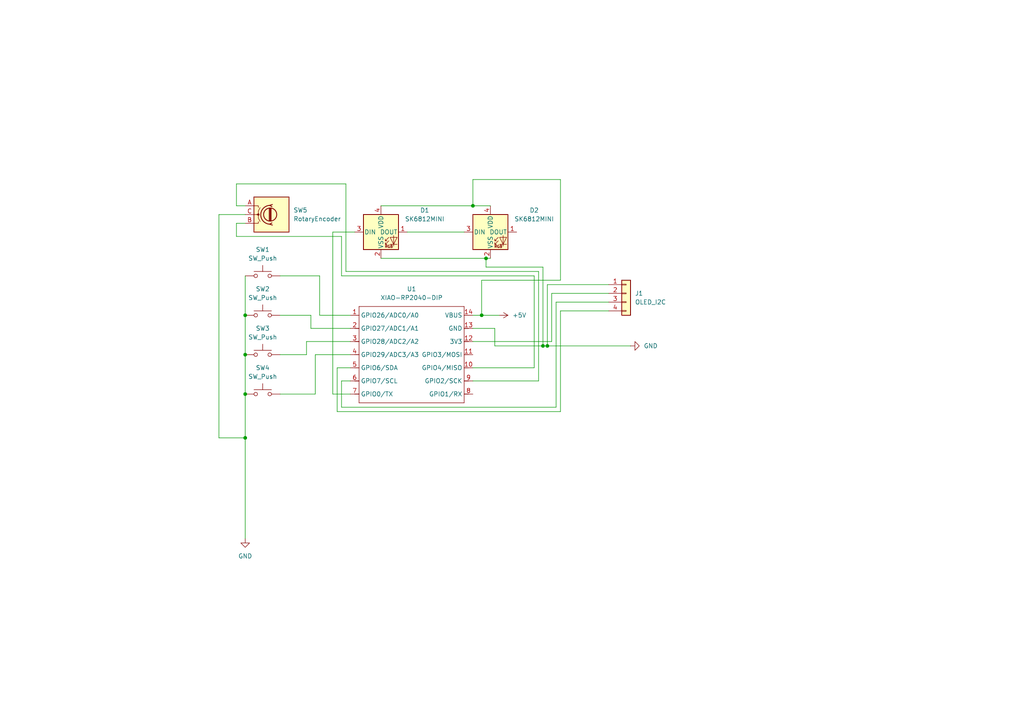
<source format=kicad_sch>
(kicad_sch (version 20250114) (generator "eeschema") (generator_version "9.0")
  (paper "A4")
  (title_block (title "Zura's HackPad") (date "2025-12-05"))
  (lib_symbols
    (symbol "Connector_Generic:Conn_01x04" (pin_names (offset 1.016) (hide yes))
      (property "Reference" "J" (at 0 5.08 0))
      (property "Value" "Conn_01x04" (at 0 -7.62 0))
      (symbol "Conn_01x04_1_1"
        (rectangle (start -1.27 3.81) (end 1.27 -6.35) (stroke (width 0.254)) (fill (type background)))
        (rectangle (start -1.27 2.667) (end 0 2.413) (stroke (width 0.1524)))
        (rectangle (start -1.27 0.127) (end 0 -0.127) (stroke (width 0.1524)))
        (rectangle (start -1.27 -2.413) (end 0 -2.667) (stroke (width 0.1524)))
        (rectangle (start -1.27 -4.953) (end 0 -5.207) (stroke (width 0.1524)))
        (pin passive line (at -5.08 2.54 0) (length 3.81) (name "Pin_1") (number "1"))
        (pin passive line (at -5.08 0 0) (length 3.81) (name "Pin_2") (number "2"))
        (pin passive line (at -5.08 -2.54 0) (length 3.81) (name "Pin_3") (number "3"))
        (pin passive line (at -5.08 -5.08 0) (length 3.81) (name "Pin_4") (number "4"))
      )
    )
    (symbol "Device:RotaryEncoder" (pin_names (offset 0.254) (hide yes))
      (property "Reference" "SW" (at 0 6.604 0))
      (property "Value" "RotaryEncoder" (at 0 -6.604 0))
      (symbol "RotaryEncoder_0_1"
        (rectangle (start -5.08 5.08) (end 5.08 -5.08) (stroke (width 0.254)) (fill (type background)))
        (polyline (pts (xy -5.08 2.54) (xy -3.81 2.54) (xy -3.81 2.032)))
        (polyline (pts (xy -5.08 0) (xy -3.81 0) (xy -3.81 -1.016) (xy -3.302 -2.032)))
        (polyline (pts (xy -5.08 -2.54) (xy -3.81 -2.54) (xy -3.81 -2.032)))
        (polyline (pts (xy -4.318 0) (xy -3.81 0) (xy -3.81 1.016) (xy -3.302 2.032)))
        (circle (center -3.81 0) (radius 0.254) (fill (type outline)))
        (polyline (pts (xy -0.635 -1.778) (xy -0.635 1.778)) (stroke (width 0.254)))
        (circle (center -0.381 0) (radius 1.905) (stroke (width 0.254)))
        (polyline (pts (xy -0.381 -1.778) (xy -0.381 1.778)) (stroke (width 0.254)))
        (arc (start -0.381 -2.794) (mid -3.0988 -0.0635) (end -0.381 2.667) (stroke (width 0.254)))
        (polyline (pts (xy -0.127 1.778) (xy -0.127 -1.778)) (stroke (width 0.254)))
        (polyline (pts (xy 0.254 2.921) (xy -0.508 2.667) (xy 0.127 2.286)) (stroke (width 0.254)))
        (polyline (pts (xy 0.254 -3.048) (xy -0.508 -2.794) (xy 0.127 -2.413)) (stroke (width 0.254)))
      )
      (symbol "RotaryEncoder_1_1"
        (pin passive line (at -7.62 2.54 0) (length 2.54) (name "A") (number "A"))
        (pin passive line (at -7.62 0 0) (length 2.54) (name "C") (number "C"))
        (pin passive line (at -7.62 -2.54 0) (length 2.54) (name "B") (number "B"))
      )
    )
    (symbol "LED:SK6812MINI" (pin_names (offset 0.254))
      (property "Reference" "D" (at 5.08 5.715 0))
      (property "Value" "SK6812MINI" (at 1.27 -5.715 0))
      (symbol "SK6812MINI_0_0"
        (text "RGB" (at 2.286 -4.191 0) (effects (font (size 0.762 0.762))))
      )
      (symbol "SK6812MINI_0_1"
        (polyline (pts (xy 1.27 -2.54) (xy 1.778 -2.54)))
        (polyline (pts (xy 1.27 -3.556) (xy 1.778 -3.556)))
        (polyline (pts (xy 2.286 -1.524) (xy 1.27 -2.54) (xy 1.27 -2.032)))
        (polyline (pts (xy 2.286 -2.54) (xy 1.27 -3.556) (xy 1.27 -3.048)))
        (polyline (pts (xy 3.683 -1.016) (xy 3.683 -3.556) (xy 3.683 -4.064)))
        (polyline (pts (xy 4.699 -1.524) (xy 2.667 -1.524) (xy 3.683 -3.556) (xy 4.699 -1.524)))
        (polyline (pts (xy 4.699 -3.556) (xy 2.667 -3.556)))
        (rectangle (start 5.08 5.08) (end -5.08 -5.08) (stroke (width 0.254)) (fill (type background)))
      )
      (symbol "SK6812MINI_1_1"
        (pin input line (at -7.62 0 0) (length 2.54) (name "DIN") (number "3"))
        (pin power_in line (at 0 7.62 270) (length 2.54) (name "VDD") (number "4"))
        (pin power_in line (at 0 -7.62 90) (length 2.54) (name "VSS") (number "2"))
        (pin output line (at 7.62 0 180) (length 2.54) (name "DOUT") (number "1"))
      )
    )
    (symbol "OPT:XIAO-RP2040-DIP"
      (property "Reference" "U" (at 0 0 0))
      (property "Value" "XIAO-RP2040-DIP" (at 5.334 -1.778 0))
      (symbol "XIAO-RP2040-DIP_1_0"
        (polyline (pts (xy -1.27 -2.54) (xy 29.21 -2.54)) (stroke (width 0.1524)))
        (polyline (pts (xy -1.27 -5.08) (xy -2.54 -5.08)) (stroke (width 0.1524)))
        (polyline (pts (xy -1.27 -5.08) (xy -1.27 -2.54)) (stroke (width 0.1524)))
        (polyline (pts (xy -1.27 -8.89) (xy -2.54 -8.89)) (stroke (width 0.1524)))
        (polyline (pts (xy -1.27 -8.89) (xy -1.27 -5.08)) (stroke (width 0.1524)))
        (polyline (pts (xy -1.27 -12.7) (xy -2.54 -12.7)) (stroke (width 0.1524)))
        (polyline (pts (xy -1.27 -12.7) (xy -1.27 -8.89)) (stroke (width 0.1524)))
        (polyline (pts (xy -1.27 -16.51) (xy -2.54 -16.51)) (stroke (width 0.1524)))
        (polyline (pts (xy -1.27 -16.51) (xy -1.27 -12.7)) (stroke (width 0.1524)))
        (polyline (pts (xy -1.27 -20.32) (xy -2.54 -20.32)) (stroke (width 0.1524)))
        (polyline (pts (xy -1.27 -24.13) (xy -2.54 -24.13)) (stroke (width 0.1524)))
        (polyline (pts (xy -1.27 -27.94) (xy -2.54 -27.94)) (stroke (width 0.1524)))
        (polyline (pts (xy -1.27 -30.48) (xy -1.27 -16.51)) (stroke (width 0.1524)))
        (polyline (pts (xy 29.21 -2.54) (xy 29.21 -5.08)) (stroke (width 0.1524)))
        (polyline (pts (xy 29.21 -5.08) (xy 29.21 -8.89)) (stroke (width 0.1524)))
        (polyline (pts (xy 29.21 -8.89) (xy 29.21 -12.7)) (stroke (width 0.1524)))
        (polyline (pts (xy 29.21 -12.7) (xy 29.21 -30.48)) (stroke (width 0.1524)))
        (polyline (pts (xy 29.21 -30.48) (xy -1.27 -30.48)) (stroke (width 0.1524)))
        (polyline (pts (xy 30.48 -5.08) (xy 29.21 -5.08)) (stroke (width 0.1524)))
        (polyline (pts (xy 30.48 -8.89) (xy 29.21 -8.89)) (stroke (width 0.1524)))
        (polyline (pts (xy 30.48 -12.7) (xy 29.21 -12.7)) (stroke (width 0.1524)))
        (polyline (pts (xy 30.48 -16.51) (xy 29.21 -16.51)) (stroke (width 0.1524)))
        (polyline (pts (xy 30.48 -20.32) (xy 29.21 -20.32)) (stroke (width 0.1524)))
        (polyline (pts (xy 30.48 -24.13) (xy 29.21 -24.13)) (stroke (width 0.1524)))
        (polyline (pts (xy 30.48 -27.94) (xy 29.21 -27.94)) (stroke (width 0.1524)))
        (pin passive line (at -3.81 -5.08 0) (length 2.54) (name "GPIO26/ADC0/A0") (number "1"))
        (pin passive line (at -3.81 -8.89 0) (length 2.54) (name "GPIO27/ADC1/A1") (number "2"))
        (pin passive line (at -3.81 -12.7 0) (length 2.54) (name "GPIO28/ADC2/A2") (number "3"))
        (pin passive line (at -3.81 -16.51 0) (length 2.54) (name "GPIO29/ADC3/A3") (number "4"))
        (pin passive line (at -3.81 -20.32 0) (length 2.54) (name "GPIO6/SDA") (number "5"))
        (pin passive line (at -3.81 -24.13 0) (length 2.54) (name "GPIO7/SCL") (number "6"))
        (pin passive line (at -3.81 -27.94 0) (length 2.54) (name "GPIO0/TX") (number "7"))
        (pin passive line (at 31.75 -5.08 180) (length 2.54) (name "VBUS") (number "14"))
        (pin passive line (at 31.75 -8.89 180) (length 2.54) (name "GND") (number "13"))
        (pin passive line (at 31.75 -12.7 180) (length 2.54) (name "3V3") (number "12"))
        (pin passive line (at 31.75 -16.51 180) (length 2.54) (name "GPIO3/MOSI") (number "11"))
        (pin passive line (at 31.75 -20.32 180) (length 2.54) (name "GPIO4/MISO") (number "10"))
        (pin passive line (at 31.75 -24.13 180) (length 2.54) (name "GPIO2/SCK") (number "9"))
        (pin passive line (at 31.75 -27.94 180) (length 2.54) (name "GPIO1/RX") (number "8"))
      )
    )
    (symbol "Switch:SW_Push" (pin_numbers (hide yes)) (pin_names (offset 1.016) (hide yes))
      (property "Reference" "SW" (at 1.27 2.54 0))
      (property "Value" "SW_Push" (at 0 -1.524 0))
      (symbol "SW_Push_0_1"
        (circle (center -2.032 0) (radius 0.508))
        (polyline (pts (xy 0 1.27) (xy 0 3.048)))
        (circle (center 2.032 0) (radius 0.508))
        (polyline (pts (xy 2.54 1.27) (xy -2.54 1.27)))
        (pin passive line (at -5.08 0 0) (length 2.54) (name "1") (number "1"))
        (pin passive line (at 5.08 0 180) (length 2.54) (name "2") (number "2"))
      )
    )
    (symbol "power:+5V" (power) (pin_numbers (hide yes)) (pin_names (offset 0) (hide yes))
      (property "Value" "+5V" (at 0 3.556 0))
      (symbol "+5V_0_1"
        (polyline (pts (xy -0.762 1.27) (xy 0 2.54)))
        (polyline (pts (xy 0 2.54) (xy 0.762 1.27)))
        (polyline (pts (xy 0 0) (xy 0 2.54)))
      )
      (symbol "+5V_1_1"
        (pin power_in line (at 0 0 90) (length 0) (name "~") (number "1"))
      )
    )
    (symbol "power:GND" (power) (pin_numbers (hide yes)) (pin_names (offset 0) (hide yes))
      (property "Value" "GND" (at 0 -3.81 0))
      (symbol "GND_0_1"
        (polyline (pts (xy 0 0) (xy 0 -1.27) (xy 1.27 -1.27) (xy 0 -2.54) (xy -1.27 -1.27) (xy 0 -1.27)))
      )
      (symbol "GND_1_1"
        (pin power_in line (at 0 0 270) (length 0) (name "~") (number "1"))
      )
    )
  )
  (junction (at 139.7 91.44))
  (junction (at 158.75 100.33))
  (junction (at 71.12 114.3))
  (junction (at 71.12 127))
  (junction (at 71.12 102.87))
  (junction (at 71.12 91.44))
  (junction (at 157.48 100.33))
  (junction (at 140.97 74.93))
  (junction (at 137.16 59.69))
  (wire (pts (xy 68.58 59.69) (xy 68.58 53.34)))
  (wire (pts (xy 137.16 91.44) (xy 139.7 91.44)))
  (wire (pts (xy 158.75 82.55) (xy 158.75 100.33)))
  (wire (pts (xy 137.16 52.07) (xy 162.56 52.07)))
  (wire (pts (xy 137.16 59.69) (xy 142.24 59.69)))
  (wire (pts (xy 156.21 78.74) (xy 156.21 110.49)))
  (wire (pts (xy 162.56 119.38) (xy 97.79 119.38)))
  (wire (pts (xy 63.5 127) (xy 71.12 127)))
  (wire (pts (xy 157.48 100.33) (xy 158.75 100.33)))
  (wire (pts (xy 68.58 68.58) (xy 68.58 64.77)))
  (wire (pts (xy 81.28 102.87) (xy 88.9 102.87)))
  (wire (pts (xy 160.02 85.09) (xy 160.02 99.06)))
  (wire (pts (xy 137.16 95.25) (xy 143.51 95.25)))
  (wire (pts (xy 96.52 114.3) (xy 101.6 114.3)))
  (wire (pts (xy 137.16 106.68) (xy 154.94 106.68)))
  (wire (pts (xy 161.29 87.63) (xy 161.29 118.11)))
  (wire (pts (xy 68.58 68.58) (xy 99.06 68.58)))
  (wire (pts (xy 71.12 127) (xy 71.12 156.21)))
  (wire (pts (xy 88.9 99.06) (xy 101.6 99.06)))
  (wire (pts (xy 176.53 90.17) (xy 162.56 90.17)))
  (wire (pts (xy 100.33 78.74) (xy 156.21 78.74)))
  (wire (pts (xy 99.06 80.01) (xy 154.94 80.01)))
  (wire (pts (xy 176.53 85.09) (xy 160.02 85.09)))
  (wire (pts (xy 97.79 106.68) (xy 101.6 106.68)))
  (wire (pts (xy 71.12 80.01) (xy 71.12 91.44)))
  (wire (pts (xy 160.02 99.06) (xy 137.16 99.06)))
  (wire (pts (xy 88.9 102.87) (xy 88.9 99.06)))
  (wire (pts (xy 68.58 53.34) (xy 100.33 53.34)))
  (wire (pts (xy 162.56 90.17) (xy 162.56 119.38)))
  (wire (pts (xy 71.12 114.3) (xy 71.12 127)))
  (wire (pts (xy 110.49 59.69) (xy 137.16 59.69)))
  (wire (pts (xy 71.12 59.69) (xy 68.58 59.69)))
  (wire (pts (xy 140.97 74.93) (xy 142.24 74.93)))
  (wire (pts (xy 97.79 119.38) (xy 97.79 106.68)))
  (wire (pts (xy 81.28 91.44) (xy 90.17 91.44)))
  (wire (pts (xy 68.58 64.77) (xy 71.12 64.77)))
  (wire (pts (xy 158.75 100.33) (xy 182.88 100.33)))
  (wire (pts (xy 143.51 100.33) (xy 157.48 100.33)))
  (wire (pts (xy 90.17 95.25) (xy 101.6 95.25)))
  (wire (pts (xy 81.28 114.3) (xy 91.44 114.3)))
  (wire (pts (xy 99.06 68.58) (xy 99.06 80.01)))
  (wire (pts (xy 140.97 77.47) (xy 157.48 77.47)))
  (wire (pts (xy 71.12 102.87) (xy 71.12 114.3)))
  (wire (pts (xy 63.5 62.23) (xy 63.5 127)))
  (wire (pts (xy 162.56 52.07) (xy 162.56 81.28)))
  (wire (pts (xy 118.11 67.31) (xy 134.62 67.31)))
  (wire (pts (xy 137.16 59.69) (xy 137.16 52.07)))
  (wire (pts (xy 99.06 118.11) (xy 99.06 110.49)))
  (wire (pts (xy 161.29 118.11) (xy 99.06 118.11)))
  (wire (pts (xy 154.94 80.01) (xy 154.94 106.68)))
  (wire (pts (xy 139.7 91.44) (xy 144.78 91.44)))
  (wire (pts (xy 143.51 100.33) (xy 143.51 95.25)))
  (wire (pts (xy 100.33 53.34) (xy 100.33 78.74)))
  (wire (pts (xy 162.56 81.28) (xy 139.7 81.28)))
  (wire (pts (xy 92.71 80.01) (xy 92.71 91.44)))
  (wire (pts (xy 92.71 91.44) (xy 101.6 91.44)))
  (wire (pts (xy 102.87 67.31) (xy 96.52 67.31)))
  (wire (pts (xy 157.48 77.47) (xy 157.48 100.33)))
  (wire (pts (xy 96.52 67.31) (xy 96.52 114.3)))
  (wire (pts (xy 176.53 82.55) (xy 158.75 82.55)))
  (wire (pts (xy 140.97 74.93) (xy 140.97 77.47)))
  (wire (pts (xy 99.06 110.49) (xy 101.6 110.49)))
  (wire (pts (xy 90.17 91.44) (xy 90.17 95.25)))
  (wire (pts (xy 91.44 102.87) (xy 101.6 102.87)))
  (wire (pts (xy 139.7 81.28) (xy 139.7 91.44)))
  (wire (pts (xy 176.53 87.63) (xy 161.29 87.63)))
  (wire (pts (xy 81.28 80.01) (xy 92.71 80.01)))
  (wire (pts (xy 156.21 110.49) (xy 137.16 110.49)))
  (wire (pts (xy 63.5 62.23) (xy 71.12 62.23)))
  (wire (pts (xy 91.44 114.3) (xy 91.44 102.87)))
  (wire (pts (xy 71.12 91.44) (xy 71.12 102.87)))
  (wire (pts (xy 110.49 74.93) (xy 140.97 74.93)))
  (symbol (lib_id "Switch:SW_Push") (at 76.2 114.3 0) (unit 1)
    (property "Reference" "SW4" (at 76.2 106.68 0))
    (property "Value" "SW_Push" (at 76.2 109.22 0))
    (property "Footprint" "Button_Switch_Keyboard:SW_Cherry_MX_1.00u_PCB" (effects (hide yes)))
    (property "Description" "Push button switch, generic, two pins" (effects (hide yes)))
  )
  (symbol (lib_id "power:+5V") (at 144.78 91.44 270) (unit 1)
    (property "Reference" "#PWR3" (effects (hide yes)))
    (property "Value" "+5V" (at 148.59 91.4399 90) (effects (justify left)))
    (property "Description" "Power symbol creates a global label with name \"+5V\"" (effects (hide yes)))
  )
  (symbol (lib_id "LED:SK6812MINI") (at 110.49 67.31 0) (unit 1)
    (property "Reference" "D1" (at 123.19 60.9914 0))
    (property "Value" "SK6812MINI" (at 123.19 63.5314 0))
    (property "Footprint" "LED_SMD:LED_SK6812MINI_PLCC4_3.5x3.5mm_P1.75mm" (effects (hide yes)))
    (property "Datasheet" "https://cdn-shop.adafruit.com/product-files/2686/SK6812MINI_REV.01-1-2.pdf" (effects (hide yes)))
    (property "Description" "RGB LED with integrated controller" (effects (hide yes)))
  )
  (symbol (lib_id "Device:RotaryEncoder") (at 78.74 62.23 0) (unit 1)
    (property "Reference" "SW5" (at 85.09 60.9599 0) (effects (justify left)))
    (property "Value" "RotaryEncoder" (at 85.09 63.4999 0) (effects (justify left)))
    (property "Footprint" "RotaryCus:RotaryEncoder_Alps_EC11E-Switch_Vertical_H20mm" (effects (hide yes)))
    (property "Description" "Rotary encoder, dual channel, incremental quadrate outputs" (effects (hide yes)))
  )
  (symbol (lib_id "power:GND") (at 182.88 100.33 90) (unit 1)
    (property "Reference" "#PWR2" (effects (hide yes)))
    (property "Value" "GND" (at 186.69 100.3299 90) (effects (justify right)))
    (property "Description" "Power symbol creates a global label with name \"GND\" , ground" (effects (hide yes)))
  )
  (symbol (lib_id "Switch:SW_Push") (at 76.2 102.87 0) (unit 1)
    (property "Reference" "SW3" (at 76.2 95.25 0))
    (property "Value" "SW_Push" (at 76.2 97.79 0))
    (property "Footprint" "Button_Switch_Keyboard:SW_Cherry_MX_1.00u_PCB" (effects (hide yes)))
    (property "Description" "Push button switch, generic, two pins" (effects (hide yes)))
  )
  (symbol (lib_id "Connector_Generic:Conn_01x04") (at 181.61 85.09 0) (unit 1)
    (property "Reference" "J1" (at 184.15 85.0899 0) (effects (justify left)))
    (property "Value" "OLED_I2C" (at 184.15 87.6299 0) (effects (justify left)))
    (property "Footprint" "Connector_PinSocket_2.54mm:PinSocket_1x04_P2.54mm_Vertical" (effects (hide yes)))
    (property "Description" "Generic connector, single row, 01x04, script generated (kicad-library-utils/schlib/autogen/connector/)" (effects (hide yes)))
  )
  (symbol (lib_id "Switch:SW_Push") (at 76.2 80.01 0) (unit 1)
    (property "Reference" "SW1" (at 76.2 72.39 0))
    (property "Value" "SW_Push" (at 76.2 74.93 0))
    (property "Footprint" "Button_Switch_Keyboard:SW_Cherry_MX_1.00u_PCB" (effects (hide yes)))
    (property "Description" "Push button switch, generic, two pins" (effects (hide yes)))
  )
  (symbol (lib_id "power:GND") (at 71.12 156.21 0) (unit 1)
    (property "Reference" "#PWR1" (effects (hide yes)))
    (property "Value" "GND" (at 71.12 161.29 0))
    (property "Description" "Power symbol creates a global label with name \"GND\" , ground" (effects (hide yes)))
  )
  (symbol (lib_id "Switch:SW_Push") (at 76.2 91.44 0) (unit 1)
    (property "Reference" "SW2" (at 76.2 83.82 0))
    (property "Value" "SW_Push" (at 76.2 86.36 0))
    (property "Footprint" "Button_Switch_Keyboard:SW_Cherry_MX_1.00u_PCB" (effects (hide yes)))
    (property "Description" "Push button switch, generic, two pins" (effects (hide yes)))
  )
  (symbol (lib_id "OPT:XIAO-RP2040-DIP") (at 105.41 86.36 0) (unit 1)
    (property "Reference" "U1" (at 119.38 83.82 0))
    (property "Value" "XIAO-RP2040-DIP" (at 119.38 86.36 0))
    (property "Footprint" "OPL:XIAO-RP2040-DIP" (effects (hide yes)))
  )
  (symbol (lib_id "LED:SK6812MINI") (at 142.24 67.31 0) (unit 1)
    (property "Reference" "D2" (at 154.94 60.9914 0))
    (property "Value" "SK6812MINI" (at 154.94 63.5314 0))
    (property "Footprint" "LED_SMD:LED_SK6812MINI_PLCC4_3.5x3.5mm_P1.75mm" (effects (hide yes)))
    (property "Datasheet" "https://cdn-shop.adafruit.com/product-files/2686/SK6812MINI_REV.01-1-2.pdf" (effects (hide yes)))
    (property "Description" "RGB LED with integrated controller" (effects (hide yes)))
  )
)
</source>
